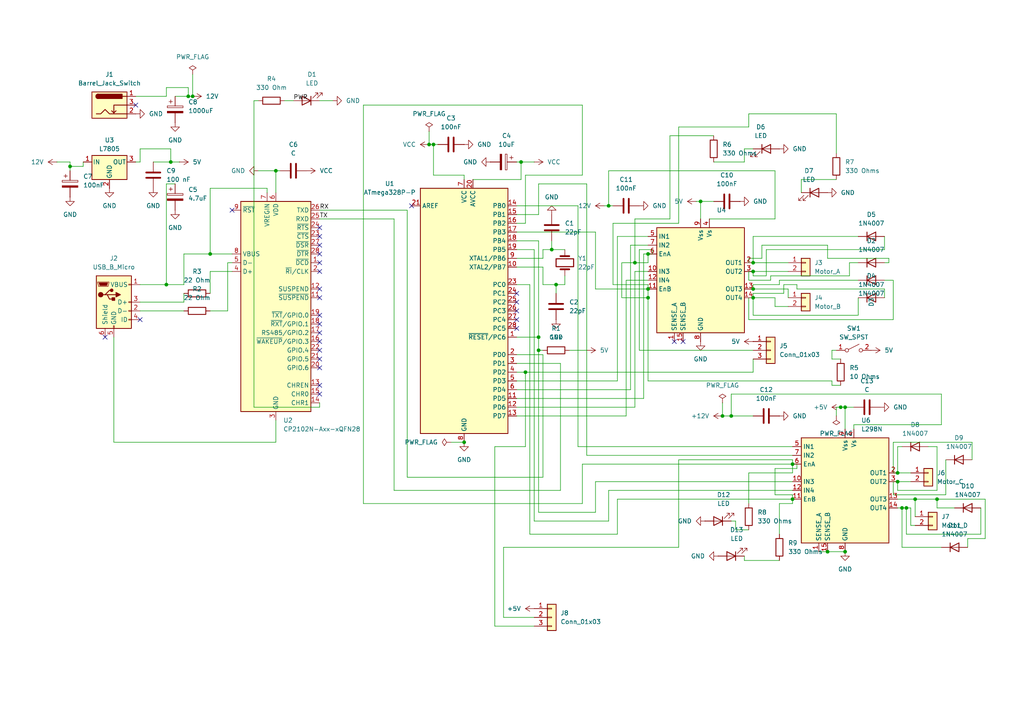
<source format=kicad_sch>
(kicad_sch (version 20250114) (generator "eeschema") (generator_version "9.0")
  (paper "A4")
  (lib_symbols
    (symbol "Connector:Barrel_Jack_Switch" (pin_names (hide yes))
      (property "Reference" "J" (at 0 5.334 0))
      (property "Value" "Barrel_Jack_Switch" (at 0 -5.08 0))
      (symbol "Barrel_Jack_Switch_1_1"
        (pin passive line (at 7.62 2.54 180) (length 2.54) (name "~") (number "1"))
        (pin passive line (at 7.62 0 180) (length 2.54) (name "~") (number "3"))
        (pin passive line (at 7.62 -2.54 180) (length 2.54) (name "~") (number "2"))
      )
    )
    (symbol "Connector:USB_B_Micro" (pin_names (offset 1.016))
      (property "Reference" "J" (at -5.08 11.43 0))
      (property "Value" "USB_B_Micro" (at -5.08 8.89 0))
      (symbol "USB_B_Micro_1_1"
        (pin passive line (at -2.54 -10.16 90) (length 2.54) (name "Shield") (number "6"))
        (pin power_out line (at 0 -10.16 90) (length 2.54) (name "GND") (number "5"))
        (pin power_out line (at 7.62 5.08 180) (length 2.54) (name "VBUS") (number "1"))
        (pin bidirectional line (at 7.62 0 180) (length 2.54) (name "D+") (number "3"))
        (pin bidirectional line (at 7.62 -2.54 180) (length 2.54) (name "D-") (number "2"))
        (pin passive line (at 7.62 -5.08 180) (length 2.54) (name "ID") (number "4"))
      )
    )
    (symbol "Connector_Generic:Conn_01x02" (pin_names (offset 1.016) (hide yes))
      (property "Reference" "J" (at 0 2.54 0))
      (property "Value" "Conn_01x02" (at 0 -5.08 0))
      (symbol "Conn_01x02_1_1"
        (pin passive line (at -5.08 0 0) (length 3.81) (name "Pin_1") (number "1"))
        (pin passive line (at -5.08 -2.54 0) (length 3.81) (name "Pin_2") (number "2"))
      )
    )
    (symbol "Connector_Generic:Conn_01x03" (pin_names (offset 1.016) (hide yes))
      (property "Reference" "J" (at 0 5.08 0))
      (property "Value" "Conn_01x03" (at 0 -5.08 0))
      (symbol "Conn_01x03_1_1"
        (pin passive line (at -5.08 2.54 0) (length 3.81) (name "Pin_1") (number "1"))
        (pin passive line (at -5.08 0 0) (length 3.81) (name "Pin_2") (number "2"))
        (pin passive line (at -5.08 -2.54 0) (length 3.81) (name "Pin_3") (number "3"))
      )
    )
    (symbol "Device:C" (pin_numbers (hide yes)) (pin_names (offset 0.254))
      (property "Reference" "C" (at 0.635 2.54 0))
      (property "Value" "C" (at 0.635 -2.54 0))
      (symbol "C_1_1"
        (pin passive line (at 0 3.81 270) (length 2.794) (name "~") (number "1"))
        (pin passive line (at 0 -3.81 90) (length 2.794) (name "~") (number "2"))
      )
    )
    (symbol "Device:C_Polarized" (pin_numbers (hide yes)) (pin_names (offset 0.254))
      (property "Reference" "C" (at 0.635 2.54 0))
      (property "Value" "C_Polarized" (at 0.635 -2.54 0))
      (symbol "C_Polarized_1_1"
        (pin passive line (at 0 3.81 270) (length 2.794) (name "~") (number "1"))
        (pin passive line (at 0 -3.81 90) (length 2.794) (name "~") (number "2"))
      )
    )
    (symbol "Device:Crystal" (pin_numbers (hide yes)) (pin_names (offset 1.016) (hide yes))
      (property "Reference" "Y" (at 0 3.81 0))
      (property "Value" "Crystal" (at 0 -3.81 0))
      (symbol "Crystal_1_1"
        (pin passive line (at -3.81 0 0) (length 1.27) (name "1") (number "1"))
        (pin passive line (at 3.81 0 180) (length 1.27) (name "2") (number "2"))
      )
    )
    (symbol "Device:LED" (pin_numbers (hide yes)) (pin_names (offset 1.016) (hide yes))
      (property "Reference" "D" (at 0 2.54 0))
      (property "Value" "LED" (at 0 -2.54 0))
      (symbol "LED_1_1"
        (pin passive line (at -3.81 0 0) (length 2.54) (name "K") (number "1"))
        (pin passive line (at 3.81 0 180) (length 2.54) (name "A") (number "2"))
      )
    )
    (symbol "Device:R" (pin_numbers (hide yes)) (pin_names (offset 0))
      (property "Reference" "R" (at 2.032 0 90))
      (property "Value" "R" (at 0 0 90))
      (symbol "R_1_1"
        (pin passive line (at 0 3.81 270) (length 1.27) (name "~") (number "1"))
        (pin passive line (at 0 -3.81 90) (length 1.27) (name "~") (number "2"))
      )
    )
    (symbol "Diode:1N4007" (pin_numbers (hide yes)) (pin_names (hide yes))
      (property "Reference" "D" (at 0 2.54 0))
      (property "Value" "1N4007" (at 0 -2.54 0))
      (symbol "1N4007_1_1"
        (pin passive line (at -3.81 0 0) (length 2.54) (name "K") (number "1"))
        (pin passive line (at 3.81 0 180) (length 2.54) (name "A") (number "2"))
      )
    )
    (symbol "Driver_Motor:L298N"
      (property "Reference" "U" (at -10.16 16.51 0))
      (property "Value" "L298N" (at 12.7 16.51 0))
      (symbol "L298N_1_1"
        (pin input line (at -15.24 12.7 0) (length 2.54) (name "IN1") (number "5"))
        (pin input line (at -15.24 10.16 0) (length 2.54) (name "IN2") (number "7"))
        (pin input line (at -15.24 7.62 0) (length 2.54) (name "EnA") (number "6"))
        (pin input line (at -15.24 2.54 0) (length 2.54) (name "IN3") (number "10"))
        (pin input line (at -15.24 0 0) (length 2.54) (name "IN4") (number "12"))
        (pin input line (at -15.24 -2.54 0) (length 2.54) (name "EnB") (number "11"))
        (pin input line (at -7.62 -17.78 90) (length 2.54) (name "SENSE_A") (number "1"))
        (pin input line (at -5.08 -17.78 90) (length 2.54) (name "SENSE_B") (number "15"))
        (pin power_in line (at 0 17.78 270) (length 2.54) (name "Vss") (number "9"))
        (pin power_in line (at 0 -17.78 90) (length 2.54) (name "GND") (number "8"))
        (pin power_in line (at 2.54 17.78 270) (length 2.54) (name "Vs") (number "4"))
        (pin output line (at 15.24 5.08 180) (length 2.54) (name "OUT1") (number "2"))
        (pin output line (at 15.24 2.54 180) (length 2.54) (name "OUT2") (number "3"))
        (pin output line (at 15.24 -2.54 180) (length 2.54) (name "OUT3") (number "13"))
        (pin output line (at 15.24 -5.08 180) (length 2.54) (name "OUT4") (number "14"))
      )
    )
    (symbol "Interface_USB:CP2102N-Axx-xQFN28"
      (property "Reference" "U" (at -8.89 31.75 0))
      (property "Value" "CP2102N-Axx-xQFN28" (at 12.7 31.75 0))
      (symbol "CP2102N-Axx-xQFN28_1_1"
        (pin input line (at -12.7 27.94 0) (length 2.54) (name "~{RST}") (number "9"))
        (pin input line (at -12.7 15.24 0) (length 2.54) (name "VBUS") (number "8"))
        (pin bidirectional line (at -12.7 12.7 0) (length 2.54) (name "D-") (number "5"))
        (pin bidirectional line (at -12.7 10.16 0) (length 2.54) (name "D+") (number "4"))
        (pin no_connect line (at -10.16 -27.94 0) (length 2.54) (hide yes) (name "NC") (number "10"))
        (pin power_in line (at -2.54 33.02 270) (length 2.54) (name "VREGIN") (number "7"))
        (pin power_in line (at 0 33.02 270) (length 2.54) (name "VDD") (number "6"))
        (pin passive line (at 0 -33.02 90) (length 2.54) (hide yes) (name "GND") (number "29"))
        (pin power_in line (at 0 -33.02 90) (length 2.54) (name "GND") (number "3"))
        (pin output line (at 12.7 27.94 180) (length 2.54) (name "TXD") (number "26"))
        (pin input line (at 12.7 25.4 180) (length 2.54) (name "RXD") (number "25"))
        (pin output line (at 12.7 22.86 180) (length 2.54) (name "~{RTS}") (number "24"))
        (pin input line (at 12.7 20.32 180) (length 2.54) (name "~{CTS}") (number "23"))
        (pin input line (at 12.7 17.78 180) (length 2.54) (name "~{DSR}") (number "27"))
        (pin output line (at 12.7 15.24 180) (length 2.54) (name "~{DTR}") (number "28"))
        (pin input line (at 12.7 12.7 180) (length 2.54) (name "~{DCD}") (number "1"))
        (pin bidirectional line (at 12.7 10.16 180) (length 2.54) (name "~{RI}/CLK") (number "2"))
        (pin output line (at 12.7 5.08 180) (length 2.54) (name "SUSPEND") (number "12"))
        (pin output line (at 12.7 2.54 180) (length 2.54) (name "~{SUSPEND}") (number "11"))
        (pin bidirectional line (at 12.7 -2.54 180) (length 2.54) (name "~{TXT}/GPIO.0") (number "19"))
        (pin bidirectional line (at 12.7 -5.08 180) (length 2.54) (name "~{RXT}/GPIO.1") (number "18"))
        (pin bidirectional line (at 12.7 -7.62 180) (length 2.54) (name "RS485/GPIO.2") (number "17"))
        (pin bidirectional line (at 12.7 -10.16 180) (length 2.54) (name "~{WAKEUP}/GPIO.3") (number "16"))
        (pin bidirectional line (at 12.7 -12.7 180) (length 2.54) (name "GPIO.4") (number "22"))
        (pin bidirectional line (at 12.7 -15.24 180) (length 2.54) (name "GPIO.5") (number "21"))
        (pin bidirectional line (at 12.7 -17.78 180) (length 2.54) (name "GPIO.6") (number "20"))
        (pin output line (at 12.7 -22.86 180) (length 2.54) (name "CHREN") (number "13"))
        (pin output line (at 12.7 -25.4 180) (length 2.54) (name "CHR0") (number "15"))
        (pin output line (at 12.7 -27.94 180) (length 2.54) (name "CHR1") (number "14"))
      )
    )
    (symbol "MCU_Microchip_ATmega:ATmega328P-P"
      (property "Reference" "U" (at -12.7 36.83 0))
      (property "Value" "ATmega328P-P" (at 2.54 -36.83 0))
      (symbol "ATmega328P-P_1_1"
        (pin passive line (at -15.24 30.48 0) (length 2.54) (name "AREF") (number "21"))
        (pin power_in line (at 0 38.1 270) (length 2.54) (name "VCC") (number "7"))
        (pin passive line (at 0 -38.1 90) (length 2.54) (hide yes) (name "GND") (number "22"))
        (pin power_in line (at 0 -38.1 90) (length 2.54) (name "GND") (number "8"))
        (pin power_in line (at 2.54 38.1 270) (length 2.54) (name "AVCC") (number "20"))
        (pin bidirectional line (at 15.24 30.48 180) (length 2.54) (name "PB0") (number "14"))
        (pin bidirectional line (at 15.24 27.94 180) (length 2.54) (name "PB1") (number "15"))
        (pin bidirectional line (at 15.24 25.4 180) (length 2.54) (name "PB2") (number "16"))
        (pin bidirectional line (at 15.24 22.86 180) (length 2.54) (name "PB3") (number "17"))
        (pin bidirectional line (at 15.24 20.32 180) (length 2.54) (name "PB4") (number "18"))
        (pin bidirectional line (at 15.24 17.78 180) (length 2.54) (name "PB5") (number "19"))
        (pin bidirectional line (at 15.24 15.24 180) (length 2.54) (name "XTAL1/PB6") (number "9"))
        (pin bidirectional line (at 15.24 12.7 180) (length 2.54) (name "XTAL2/PB7") (number "10"))
        (pin bidirectional line (at 15.24 7.62 180) (length 2.54) (name "PC0") (number "23"))
        (pin bidirectional line (at 15.24 5.08 180) (length 2.54) (name "PC1") (number "24"))
        (pin bidirectional line (at 15.24 2.54 180) (length 2.54) (name "PC2") (number "25"))
        (pin bidirectional line (at 15.24 0 180) (length 2.54) (name "PC3") (number "26"))
        (pin bidirectional line (at 15.24 -2.54 180) (length 2.54) (name "PC4") (number "27"))
        (pin bidirectional line (at 15.24 -5.08 180) (length 2.54) (name "PC5") (number "28"))
        (pin bidirectional line (at 15.24 -7.62 180) (length 2.54) (name "~{RESET}/PC6") (number "1"))
        (pin bidirectional line (at 15.24 -12.7 180) (length 2.54) (name "PD0") (number "2"))
        (pin bidirectional line (at 15.24 -15.24 180) (length 2.54) (name "PD1") (number "3"))
        (pin bidirectional line (at 15.24 -17.78 180) (length 2.54) (name "PD2") (number "4"))
        (pin bidirectional line (at 15.24 -20.32 180) (length 2.54) (name "PD3") (number "5"))
        (pin bidirectional line (at 15.24 -22.86 180) (length 2.54) (name "PD4") (number "6"))
        (pin bidirectional line (at 15.24 -25.4 180) (length 2.54) (name "PD5") (number "11"))
        (pin bidirectional line (at 15.24 -27.94 180) (length 2.54) (name "PD6") (number "12"))
        (pin bidirectional line (at 15.24 -30.48 180) (length 2.54) (name "PD7") (number "13"))
      )
    )
    (symbol "Regulator_Linear:L7805" (pin_names (offset 0.254))
      (property "Reference" "U" (at -3.81 3.175 0))
      (property "Value" "L7805" (at 0 3.175 0))
      (symbol "L7805_1_1"
        (pin power_in line (at -7.62 0 0) (length 2.54) (name "IN") (number "1"))
        (pin power_in line (at 0 -7.62 90) (length 2.54) (name "GND") (number "2"))
        (pin power_out line (at 7.62 0 180) (length 2.54) (name "OUT") (number "3"))
      )
    )
    (symbol "Switch:SW_SPST" (pin_names (offset 0) (hide yes))
      (property "Reference" "SW" (at 0 3.175 0))
      (property "Value" "SW_SPST" (at 0 -2.54 0))
      (symbol "SW_SPST_1_1"
        (pin passive line (at -5.08 0 0) (length 2.54) (name "A") (number "1"))
        (pin passive line (at 5.08 0 180) (length 2.54) (name "B") (number "2"))
      )
    )
    (symbol "power:+12V" (power) (pin_numbers (hide yes)) (pin_names (offset 0) (hide yes))
      (property "Value" "+12V" (at 0 3.556 0))
      (symbol "+12V_1_1"
        (pin power_in line (at 0 0 90) (length 0) (name "~") (number "1"))
      )
    )
    (symbol "power:+5V" (power) (pin_numbers (hide yes)) (pin_names (offset 0) (hide yes))
      (property "Value" "+5V" (at 0 3.556 0))
      (symbol "+5V_1_1"
        (pin power_in line (at 0 0 90) (length 0) (name "~") (number "1"))
      )
    )
    (symbol "power:GND" (power) (pin_numbers (hide yes)) (pin_names (offset 0) (hide yes))
      (property "Value" "GND" (at 0 -3.81 0))
      (symbol "GND_1_1"
        (pin power_in line (at 0 0 270) (length 0) (name "~") (number "1"))
      )
    )
    (symbol "power:PWR_FLAG" (power) (pin_numbers (hide yes)) (pin_names (offset 0) (hide yes))
      (property "Value" "PWR_FLAG" (at 0 3.81 0))
      (symbol "PWR_FLAG_0_0"
        (pin power_out line (at 0 0 90) (length 0) (name "~") (number "1"))
      )
    )
    (symbol "power:VCC" (power) (pin_numbers (hide yes)) (pin_names (offset 0) (hide yes))
      (property "Value" "VCC" (at 0 3.556 0))
      (symbol "VCC_1_1"
        (pin power_in line (at 0 0 90) (length 0) (name "~") (number "1"))
      )
    )
  )
  (junction (at 203.2 58.42))
  (junction (at 245.11 118.11))
  (junction (at 243.84 118.11))
  (junction (at 184.15 76.2))
  (junction (at 265.43 144.78))
  (junction (at 161.29 82.55))
  (junction (at 209.55 120.65))
  (junction (at 151.13 46.99))
  (junction (at 176.53 59.69))
  (junction (at 49.53 46.99))
  (junction (at 218.44 78.74))
  (junction (at 48.26 82.55))
  (junction (at 212.09 120.65))
  (junction (at 20.32 48.26))
  (junction (at 187.96 73.66))
  (junction (at 218.44 76.2))
  (junction (at 156.21 97.79))
  (junction (at 218.44 86.36))
  (junction (at 152.4 107.95))
  (junction (at 134.62 128.27))
  (junction (at 55.88 27.94))
  (junction (at 271.78 144.78))
  (junction (at 124.46 41.91))
  (junction (at 54.61 27.94))
  (junction (at 260.35 137.16))
  (junction (at 156.21 101.6))
  (junction (at 160.02 72.39))
  (junction (at 187.96 83.82))
  (junction (at 262.89 147.32))
  (junction (at 187.96 86.36))
  (junction (at 261.62 147.32))
  (junction (at 229.87 144.78))
  (junction (at 229.87 134.62))
  (junction (at 80.01 49.53))
  (junction (at 260.35 139.7))
  (junction (at 245.11 160.02))
  (junction (at 240.03 160.02))
  (junction (at 218.44 83.82))
  (junction (at 125.73 41.91))
  (junction (at 60.96 73.66))
  (no_connect (at 39.37 30.48))
  (no_connect (at 92.71 78.74))
  (no_connect (at 40.64 92.71))
  (no_connect (at 149.86 85.09))
  (no_connect (at 92.71 111.76))
  (no_connect (at 92.71 66.04))
  (no_connect (at 30.48 97.79))
  (no_connect (at 92.71 68.58))
  (no_connect (at 149.86 87.63))
  (no_connect (at 198.12 99.06))
  (no_connect (at 92.71 86.36))
  (no_connect (at 92.71 96.52))
  (no_connect (at 195.58 99.06))
  (no_connect (at 92.71 104.14))
  (no_connect (at 149.86 90.17))
  (no_connect (at 92.71 101.6))
  (no_connect (at 92.71 106.68))
  (no_connect (at 92.71 93.98))
  (no_connect (at 149.86 92.71))
  (no_connect (at 92.71 71.12))
  (no_connect (at 92.71 73.66))
  (no_connect (at 92.71 83.82))
  (no_connect (at 92.71 76.2))
  (no_connect (at 119.38 59.69))
  (no_connect (at 67.31 60.96))
  (no_connect (at 149.86 95.25))
  (no_connect (at 92.71 91.44))
  (no_connect (at 92.71 99.06))
  (no_connect (at 92.71 114.3))
  (wire (pts (xy 218.44 76.2) (xy 228.6 76.2)))
  (wire (pts (xy 167.64 129.54) (xy 167.64 59.69)))
  (wire (pts (xy 218.44 82.55) (xy 218.44 83.82)))
  (wire (pts (xy 226.06 154.94) (xy 226.06 146.05)))
  (wire (pts (xy 257.81 74.93) (xy 240.03 74.93)))
  (wire (pts (xy 33.02 97.79) (xy 33.02 128.27)))
  (wire (pts (xy 157.48 102.87) (xy 149.86 102.87)))
  (wire (pts (xy 156.21 69.85) (xy 156.21 97.79)))
  (wire (pts (xy 161.29 82.55) (xy 163.83 82.55)))
  (wire (pts (xy 125.73 50.8) (xy 134.62 50.8)))
  (wire (pts (xy 229.87 143.51) (xy 224.79 143.51)))
  (wire (pts (xy 256.54 68.58) (xy 256.54 72.39)))
  (wire (pts (xy 151.13 46.99) (xy 154.94 46.99)))
  (wire (pts (xy 187.96 83.82) (xy 187.96 82.55)))
  (wire (pts (xy 168.91 30.48) (xy 105.41 30.48)))
  (wire (pts (xy 146.05 158.75) (xy 196.85 158.75)))
  (wire (pts (xy 269.24 129.54) (xy 271.78 129.54)))
  (wire (pts (xy 222.25 80.01) (xy 218.44 80.01)))
  (wire (pts (xy 274.32 133.35) (xy 274.32 143.51)))
  (wire (pts (xy 125.73 41.91) (xy 125.73 50.8)))
  (wire (pts (xy 152.4 50.8) (xy 168.91 50.8)))
  (wire (pts (xy 271.78 147.32) (xy 271.78 144.78)))
  (wire (pts (xy 218.44 80.01) (xy 218.44 78.74)))
  (wire (pts (xy 60.96 54.61) (xy 60.96 73.66)))
  (wire (pts (xy 229.87 129.54) (xy 167.64 129.54)))
  (wire (pts (xy 256.54 81.28) (xy 259.08 81.28)))
  (wire (pts (xy 205.74 63.5) (xy 224.79 63.5)))
  (wire (pts (xy 149.86 107.95) (xy 152.4 107.95)))
  (wire (pts (xy 156.21 101.6) (xy 156.21 148.59)))
  (wire (pts (xy 114.3 142.24) (xy 162.56 142.24)))
  (wire (pts (xy 224.79 88.9) (xy 228.6 88.9)))
  (wire (pts (xy 187.96 71.12) (xy 182.88 71.12)))
  (wire (pts (xy 229.87 133.35) (xy 229.87 134.62)))
  (wire (pts (xy 212.09 114.3) (xy 212.09 120.65)))
  (wire (pts (xy 229.87 144.78) (xy 229.87 143.51)))
  (wire (pts (xy 82.55 29.21) (xy 85.09 29.21)))
  (wire (pts (xy 256.54 72.39) (xy 222.25 72.39)))
  (wire (pts (xy 60.96 90.17) (xy 66.04 90.17)))
  (wire (pts (xy 176.53 49.53) (xy 224.79 49.53)))
  (wire (pts (xy 281.94 128.27) (xy 259.08 128.27)))
  (wire (pts (xy 259.08 128.27) (xy 259.08 137.16)))
  (wire (pts (xy 187.96 76.2) (xy 187.96 73.66)))
  (wire (pts (xy 220.98 74.93) (xy 217.17 74.93)))
  (wire (pts (xy 149.86 97.79) (xy 156.21 97.79)))
  (wire (pts (xy 170.18 53.34) (xy 170.18 132.08)))
  (wire (pts (xy 260.35 139.7) (xy 264.16 139.7)))
  (wire (pts (xy 248.92 81.28) (xy 226.06 81.28)))
  (wire (pts (xy 24.13 48.26) (xy 24.13 46.99)))
  (wire (pts (xy 243.84 104.14) (xy 241.3 104.14)))
  (wire (pts (xy 162.56 142.24) (xy 162.56 105.41)))
  (wire (pts (xy 187.96 83.82) (xy 172.72 83.82)))
  (wire (pts (xy 53.34 82.55) (xy 53.34 73.66)))
  (wire (pts (xy 240.03 160.02) (xy 245.11 160.02)))
  (wire (pts (xy 186.69 115.57) (xy 149.86 115.57)))
  (wire (pts (xy 217.17 74.93) (xy 217.17 76.2)))
  (wire (pts (xy 196.85 133.35) (xy 229.87 133.35)))
  (wire (pts (xy 156.21 97.79) (xy 156.21 101.6)))
  (wire (pts (xy 149.86 82.55) (xy 153.67 82.55)))
  (wire (pts (xy 217.17 33.02) (xy 242.57 33.02)))
  (wire (pts (xy 92.71 29.21) (xy 96.52 29.21)))
  (wire (pts (xy 247.65 124.46) (xy 247.65 123.19)))
  (wire (pts (xy 232.41 52.07) (xy 242.57 52.07)))
  (wire (pts (xy 185.42 101.6) (xy 218.44 101.6)))
  (wire (pts (xy 273.05 158.75) (xy 261.62 158.75)))
  (wire (pts (xy 187.96 78.74) (xy 184.15 78.74)))
  (wire (pts (xy 265.43 144.78) (xy 265.43 149.86)))
  (wire (pts (xy 257.81 76.2) (xy 257.81 74.93)))
  (wire (pts (xy 218.44 83.82) (xy 228.6 83.82)))
  (wire (pts (xy 176.53 59.69) (xy 177.8 59.69)))
  (wire (pts (xy 152.4 129.54) (xy 152.4 107.95)))
  (wire (pts (xy 262.89 154.94) (xy 262.89 147.32)))
  (wire (pts (xy 281.94 133.35) (xy 281.94 128.27)))
  (wire (pts (xy 149.86 74.93) (xy 157.48 74.93)))
  (wire (pts (xy 217.17 92.71) (xy 217.17 86.36)))
  (wire (pts (xy 260.35 137.16) (xy 264.16 137.16)))
  (wire (pts (xy 259.08 81.28) (xy 259.08 92.71)))
  (wire (pts (xy 157.48 74.93) (xy 157.48 72.39)))
  (wire (pts (xy 229.87 139.7) (xy 172.72 139.7)))
  (wire (pts (xy 229.87 144.78) (xy 179.07 144.78)))
  (wire (pts (xy 40.64 90.17) (xy 53.34 90.17)))
  (wire (pts (xy 54.61 25.4) (xy 54.61 27.94)))
  (wire (pts (xy 184.15 76.2) (xy 187.96 76.2)))
  (wire (pts (xy 189.23 72.39) (xy 189.23 73.66)))
  (wire (pts (xy 49.53 46.99) (xy 52.07 46.99)))
  (wire (pts (xy 218.44 68.58) (xy 218.44 76.2)))
  (wire (pts (xy 153.67 154.94) (xy 179.07 154.94)))
  (wire (pts (xy 196.85 64.77) (xy 196.85 36.83)))
  (wire (pts (xy 218.44 107.95) (xy 218.44 104.14)))
  (wire (pts (xy 149.86 64.77) (xy 152.4 64.77)))
  (wire (pts (xy 49.53 43.18) (xy 49.53 46.99)))
  (wire (pts (xy 157.48 82.55) (xy 161.29 82.55)))
  (wire (pts (xy 80.01 49.53) (xy 80.01 55.88)))
  (wire (pts (xy 125.73 41.91) (xy 127 41.91)))
  (wire (pts (xy 149.86 69.85) (xy 156.21 69.85)))
  (wire (pts (xy 176.53 151.13) (xy 176.53 142.24)))
  (wire (pts (xy 212.09 151.13) (xy 213.36 151.13)))
  (wire (pts (xy 181.61 120.65) (xy 149.86 120.65)))
  (wire (pts (xy 151.13 52.07) (xy 151.13 46.99)))
  (wire (pts (xy 274.32 143.51) (xy 259.08 143.51)))
  (wire (pts (xy 77.47 55.88) (xy 77.47 54.61)))
  (wire (pts (xy 241.3 111.76) (xy 243.84 111.76)))
  (wire (pts (xy 105.41 30.48) (xy 105.41 146.05)))
  (wire (pts (xy 213.36 151.13) (xy 213.36 153.67)))
  (wire (pts (xy 149.86 77.47) (xy 157.48 77.47)))
  (wire (pts (xy 143.51 181.61) (xy 143.51 129.54)))
  (wire (pts (xy 231.14 82.55) (xy 227.33 82.55)))
  (wire (pts (xy 217.17 36.83) (xy 217.17 33.02)))
  (wire (pts (xy 20.32 48.26) (xy 20.32 49.53)))
  (wire (pts (xy 40.64 87.63) (xy 53.34 87.63)))
  (wire (pts (xy 218.44 86.36) (xy 224.79 86.36)))
  (wire (pts (xy 229.87 137.16) (xy 229.87 134.62)))
  (wire (pts (xy 149.86 110.49) (xy 179.07 110.49)))
  (wire (pts (xy 248.92 86.36) (xy 248.92 91.44)))
  (wire (pts (xy 163.83 82.55) (xy 163.83 80.01)))
  (wire (pts (xy 256.54 83.82) (xy 231.14 83.82)))
  (wire (pts (xy 217.17 81.28) (xy 217.17 78.74)))
  (wire (pts (xy 248.92 68.58) (xy 218.44 68.58)))
  (wire (pts (xy 246.38 76.2) (xy 246.38 80.01)))
  (wire (pts (xy 273.05 123.19) (xy 273.05 114.3)))
  (wire (pts (xy 118.11 138.43) (xy 157.48 138.43)))
  (wire (pts (xy 196.85 36.83) (xy 217.17 36.83)))
  (wire (pts (xy 264.16 152.4) (xy 265.43 152.4)))
  (wire (pts (xy 156.21 53.34) (xy 170.18 53.34)))
  (wire (pts (xy 231.14 135.89) (xy 231.14 134.62)))
  (wire (pts (xy 156.21 62.23) (xy 156.21 53.34)))
  (wire (pts (xy 231.14 134.62) (xy 229.87 134.62)))
  (wire (pts (xy 172.72 148.59) (xy 156.21 148.59)))
  (wire (pts (xy 20.32 48.26) (xy 24.13 48.26)))
  (wire (pts (xy 176.53 49.53) (xy 176.53 59.69)))
  (wire (pts (xy 273.05 114.3) (xy 212.09 114.3)))
  (wire (pts (xy 226.06 146.05) (xy 229.87 146.05)))
  (wire (pts (xy 194.31 63.5) (xy 194.31 39.37)))
  (wire (pts (xy 237.49 160.02) (xy 240.03 160.02)))
  (wire (pts (xy 172.72 83.82) (xy 172.72 67.31)))
  (wire (pts (xy 264.16 147.32) (xy 264.16 152.4)))
  (wire (pts (xy 55.88 21.59) (xy 55.88 27.94)))
  (wire (pts (xy 33.02 128.27) (xy 80.01 128.27)))
  (wire (pts (xy 80.01 128.27) (xy 80.01 121.92)))
  (wire (pts (xy 50.8 53.34) (xy 48.26 53.34)))
  (wire (pts (xy 154.94 72.39) (xy 154.94 151.13)))
  (wire (pts (xy 172.72 67.31) (xy 149.86 67.31)))
  (wire (pts (xy 184.15 63.5) (xy 194.31 63.5)))
  (wire (pts (xy 153.67 82.55) (xy 153.67 154.94)))
  (wire (pts (xy 154.94 181.61) (xy 143.51 181.61)))
  (wire (pts (xy 182.88 113.03) (xy 149.86 113.03)))
  (wire (pts (xy 168.91 146.05) (xy 168.91 134.62)))
  (wire (pts (xy 80.01 49.53) (xy 81.28 49.53)))
  (wire (pts (xy 160.02 72.39) (xy 163.83 72.39)))
  (wire (pts (xy 247.65 123.19) (xy 273.05 123.19)))
  (wire (pts (xy 240.03 74.93) (xy 240.03 71.12)))
  (wire (pts (xy 261.62 129.54) (xy 260.35 129.54)))
  (wire (pts (xy 187.96 81.28) (xy 181.61 81.28)))
  (wire (pts (xy 152.4 64.77) (xy 152.4 50.8)))
  (wire (pts (xy 40.64 82.55) (xy 48.26 82.55)))
  (wire (pts (xy 152.4 107.95) (xy 218.44 107.95)))
  (wire (pts (xy 215.9 161.29) (xy 215.9 162.56)))
  (wire (pts (xy 146.05 179.07) (xy 154.94 179.07)))
  (wire (pts (xy 73.66 29.21) (xy 74.93 29.21)))
  (wire (pts (xy 217.17 146.05) (xy 217.17 137.16)))
  (wire (pts (xy 20.32 46.99) (xy 20.32 48.26)))
  (wire (pts (xy 271.78 142.24) (xy 260.35 142.24)))
  (wire (pts (xy 167.64 59.69) (xy 149.86 59.69)))
  (wire (pts (xy 218.44 85.09) (xy 218.44 86.36)))
  (wire (pts (xy 92.71 63.5) (xy 114.3 63.5)))
  (wire (pts (xy 92.71 60.96) (xy 118.11 60.96)))
  (wire (pts (xy 217.17 137.16) (xy 229.87 137.16)))
  (wire (pts (xy 222.25 72.39) (xy 222.25 80.01)))
  (wire (pts (xy 213.36 153.67) (xy 217.17 153.67)))
  (wire (pts (xy 53.34 73.66) (xy 60.96 73.66)))
  (wire (pts (xy 248.92 76.2) (xy 246.38 76.2)))
  (wire (pts (xy 245.11 118.11) (xy 247.65 118.11)))
  (wire (pts (xy 165.1 101.6) (xy 170.18 101.6)))
  (wire (pts (xy 177.8 82.55) (xy 177.8 64.77)))
  (wire (pts (xy 44.45 46.99) (xy 49.53 46.99)))
  (wire (pts (xy 157.48 138.43) (xy 157.48 102.87)))
  (wire (pts (xy 259.08 139.7) (xy 260.35 139.7)))
  (wire (pts (xy 227.33 85.09) (xy 218.44 85.09)))
  (wire (pts (xy 223.52 81.28) (xy 217.17 81.28)))
  (wire (pts (xy 60.96 85.09) (xy 60.96 78.74)))
  (wire (pts (xy 224.79 143.51) (xy 224.79 135.89)))
  (wire (pts (xy 40.64 46.99) (xy 40.64 43.18)))
  (wire (pts (xy 271.78 129.54) (xy 271.78 142.24)))
  (wire (pts (xy 242.57 120.65) (xy 242.57 118.11)))
  (wire (pts (xy 218.44 78.74) (xy 228.6 78.74)))
  (wire (pts (xy 66.04 90.17) (xy 66.04 76.2)))
  (wire (pts (xy 276.86 147.32) (xy 271.78 147.32)))
  (wire (pts (xy 118.11 60.96) (xy 118.11 138.43)))
  (wire (pts (xy 175.26 59.69) (xy 176.53 59.69)))
  (wire (pts (xy 60.96 73.66) (xy 67.31 73.66)))
  (wire (pts (xy 229.87 146.05) (xy 229.87 144.78)))
  (wire (pts (xy 182.88 71.12) (xy 182.88 113.03)))
  (wire (pts (xy 217.17 86.36) (xy 218.44 86.36)))
  (wire (pts (xy 156.21 101.6) (xy 157.48 101.6)))
  (wire (pts (xy 187.96 82.55) (xy 177.8 82.55)))
  (wire (pts (xy 260.35 129.54) (xy 260.35 137.16)))
  (wire (pts (xy 215.9 46.99) (xy 215.9 43.18)))
  (wire (pts (xy 241.3 110.49) (xy 187.96 110.49)))
  (wire (pts (xy 259.08 92.71) (xy 217.17 92.71)))
  (wire (pts (xy 185.42 72.39) (xy 189.23 72.39)))
  (wire (pts (xy 260.35 142.24) (xy 260.35 139.7)))
  (wire (pts (xy 284.48 147.32) (xy 284.48 154.94)))
  (wire (pts (xy 48.26 27.94) (xy 48.26 25.4)))
  (wire (pts (xy 134.62 50.8) (xy 134.62 52.07)))
  (wire (pts (xy 149.86 72.39) (xy 154.94 72.39)))
  (wire (pts (xy 280.67 158.75) (xy 280.67 156.21)))
  (wire (pts (xy 186.69 73.66) (xy 186.69 115.57)))
  (wire (pts (xy 232.41 55.88) (xy 232.41 52.07)))
  (wire (pts (xy 54.61 27.94) (xy 55.88 27.94)))
  (wire (pts (xy 149.86 62.23) (xy 156.21 62.23)))
  (wire (pts (xy 177.8 64.77) (xy 196.85 64.77)))
  (wire (pts (xy 48.26 25.4) (xy 54.61 25.4)))
  (wire (pts (xy 187.96 73.66) (xy 186.69 73.66)))
  (wire (pts (xy 39.37 27.94) (xy 48.26 27.94)))
  (wire (pts (xy 260.35 144.78) (xy 265.43 144.78)))
  (wire (pts (xy 187.96 68.58) (xy 179.07 68.58)))
  (wire (pts (xy 39.37 46.99) (xy 40.64 46.99)))
  (wire (pts (xy 260.35 147.32) (xy 261.62 147.32)))
  (wire (pts (xy 203.2 58.42) (xy 207.01 58.42)))
  (wire (pts (xy 285.75 156.21) (xy 285.75 144.78)))
  (wire (pts (xy 143.51 129.54) (xy 152.4 129.54)))
  (wire (pts (xy 241.3 110.49) (xy 241.3 111.76)))
  (wire (pts (xy 50.8 27.94) (xy 54.61 27.94)))
  (wire (pts (xy 256.54 76.2) (xy 257.81 76.2)))
  (wire (pts (xy 180.34 76.2) (xy 184.15 76.2)))
  (wire (pts (xy 66.04 76.2) (xy 67.31 76.2)))
  (wire (pts (xy 261.62 158.75) (xy 261.62 147.32)))
  (wire (pts (xy 146.05 179.07) (xy 146.05 158.75)))
  (wire (pts (xy 271.78 144.78) (xy 285.75 144.78)))
  (wire (pts (xy 228.6 83.82) (xy 228.6 86.36)))
  (wire (pts (xy 16.51 46.99) (xy 20.32 46.99)))
  (wire (pts (xy 92.71 118.11) (xy 92.71 116.84)))
  (wire (pts (xy 226.06 81.28) (xy 226.06 82.55)))
  (wire (pts (xy 217.17 78.74) (xy 218.44 78.74)))
  (wire (pts (xy 168.91 50.8) (xy 168.91 30.48)))
  (wire (pts (xy 162.56 105.41) (xy 149.86 105.41)))
  (wire (pts (xy 231.14 83.82) (xy 231.14 82.55)))
  (wire (pts (xy 201.93 58.42) (xy 203.2 58.42)))
  (wire (pts (xy 224.79 63.5) (xy 224.79 49.53)))
  (wire (pts (xy 226.06 82.55) (xy 218.44 82.55)))
  (wire (pts (xy 215.9 43.18) (xy 218.44 43.18)))
  (wire (pts (xy 157.48 77.47) (xy 157.48 82.55)))
  (wire (pts (xy 217.17 76.2) (xy 218.44 76.2)))
  (wire (pts (xy 259.08 137.16) (xy 260.35 137.16)))
  (wire (pts (xy 220.98 71.12) (xy 220.98 74.93)))
  (wire (pts (xy 203.2 58.42) (xy 203.2 63.5)))
  (wire (pts (xy 149.86 46.99) (xy 151.13 46.99)))
  (wire (pts (xy 209.55 116.84) (xy 209.55 120.65)))
  (wire (pts (xy 184.15 76.2) (xy 184.15 63.5)))
  (wire (pts (xy 105.41 146.05) (xy 168.91 146.05)))
  (wire (pts (xy 124.46 38.1) (xy 124.46 41.91)))
  (wire (pts (xy 242.57 118.11) (xy 243.84 118.11)))
  (wire (pts (xy 212.09 120.65) (xy 218.44 120.65)))
  (wire (pts (xy 280.67 156.21) (xy 285.75 156.21)))
  (wire (pts (xy 77.47 54.61) (xy 60.96 54.61)))
  (wire (pts (xy 73.66 29.21) (xy 73.66 118.11)))
  (wire (pts (xy 53.34 87.63) (xy 53.34 85.09)))
  (wire (pts (xy 154.94 151.13) (xy 176.53 151.13)))
  (wire (pts (xy 224.79 135.89) (xy 231.14 135.89)))
  (wire (pts (xy 40.64 43.18) (xy 49.53 43.18)))
  (wire (pts (xy 227.33 82.55) (xy 227.33 85.09)))
  (wire (pts (xy 241.3 104.14) (xy 241.3 101.6)))
  (wire (pts (xy 241.3 101.6) (xy 242.57 101.6)))
  (wire (pts (xy 181.61 81.28) (xy 181.61 120.65)))
  (wire (pts (xy 261.62 147.32) (xy 262.89 147.32)))
  (wire (pts (xy 48.26 53.34) (xy 48.26 82.55)))
  (wire (pts (xy 209.55 120.65) (xy 212.09 120.65)))
  (wire (pts (xy 114.3 63.5) (xy 114.3 142.24)))
  (wire (pts (xy 130.81 128.27) (xy 134.62 128.27)))
  (wire (pts (xy 259.08 143.51) (xy 259.08 139.7)))
  (wire (pts (xy 184.15 118.11) (xy 149.86 118.11)))
  (wire (pts (xy 243.84 118.11) (xy 245.11 118.11)))
  (wire (pts (xy 245.11 124.46) (xy 245.11 118.11)))
  (wire (pts (xy 73.66 118.11) (xy 92.71 118.11)))
  (wire (pts (xy 189.23 73.66) (xy 187.96 73.66)))
  (wire (pts (xy 248.92 91.44) (xy 218.44 91.44)))
  (wire (pts (xy 187.96 83.82) (xy 187.96 86.36)))
  (wire (pts (xy 207.01 46.99) (xy 215.9 46.99)))
  (wire (pts (xy 60.96 78.74) (xy 67.31 78.74)))
  (wire (pts (xy 262.89 147.32) (xy 264.16 147.32)))
  (wire (pts (xy 240.03 71.12) (xy 220.98 71.12)))
  (wire (pts (xy 168.91 134.62) (xy 229.87 134.62)))
  (wire (pts (xy 180.34 86.36) (xy 180.34 76.2)))
  (wire (pts (xy 184.15 78.74) (xy 184.15 118.11)))
  (wire (pts (xy 215.9 162.56) (xy 226.06 162.56)))
  (wire (pts (xy 137.16 52.07) (xy 151.13 52.07)))
  (wire (pts (xy 194.31 39.37) (xy 207.01 39.37)))
  (wire (pts (xy 160.02 69.85) (xy 160.02 72.39)))
  (wire (pts (xy 218.44 91.44) (xy 218.44 86.36)))
  (wire (pts (xy 246.38 80.01) (xy 223.52 80.01)))
  (wire (pts (xy 224.79 86.36) (xy 224.79 88.9)))
  (wire (pts (xy 185.42 101.6) (xy 185.42 72.39)))
  (wire (pts (xy 223.52 80.01) (xy 223.52 81.28)))
  (wire (pts (xy 242.57 33.02) (xy 242.57 44.45)))
  (wire (pts (xy 187.96 86.36) (xy 187.96 110.49)))
  (wire (pts (xy 170.18 132.08) (xy 229.87 132.08)))
  (wire (pts (xy 256.54 86.36) (xy 256.54 83.82)))
  (wire (pts (xy 124.46 41.91) (xy 125.73 41.91)))
  (wire (pts (xy 74.93 49.53) (xy 80.01 49.53)))
  (wire (pts (xy 179.07 144.78) (xy 179.07 154.94)))
  (wire (pts (xy 187.96 86.36) (xy 180.34 86.36)))
  (wire (pts (xy 196.85 158.75) (xy 196.85 133.35)))
  (wire (pts (xy 172.72 139.7) (xy 172.72 148.59)))
  (wire (pts (xy 284.48 154.94) (xy 262.89 154.94)))
  (wire (pts (xy 265.43 144.78) (xy 271.78 144.78)))
  (wire (pts (xy 161.29 82.55) (xy 161.29 85.09)))
  (wire (pts (xy 176.53 142.24) (xy 229.87 142.24)))
  (wire (pts (xy 179.07 68.58) (xy 179.07 110.49)))
  (wire (pts (xy 48.26 82.55) (xy 53.34 82.55)))
  (wire (pts (xy 157.48 72.39) (xy 160.02 72.39)))
  (label "TX" (at 92.71 63.5 0))
  (label "RX" (at 92.71 60.96 0))
  (label "PWR" (at 85.09 29.21 0))
  (symbol (lib_id "Connector:USB_B_Micro") (at 33.02 87.63 0) (unit 1)
    (property "Reference" "J2" (at 33.02 74.93 0))
    (property "Value" "USB_B_Micro" (at 33.02 77.47 0))
    (property "Footprint" "Connector_USB:USB_B_OST_USB-B1HSxx_Horizontal" (effects (hide yes)))
    (property "Description" "USB Micro Type B connector" (effects (hide yes)))
  )
  (symbol (lib_id "Device:R") (at 57.15 85.09 90) (unit 1)
    (property "Reference" "R3" (at 57.15 78.74 90))
    (property "Value" "22 Ohm" (at 57.15 81.28 90))
    (property "Footprint" "Resistor_SMD:R_0805_2012Metric" (effects (hide yes)))
    (property "Description" "Resistor" (effects (hide yes)))
  )
  (symbol (lib_id "power:VCC") (at 16.51 46.99 90) (unit 1)
    (property "Reference" "#PWR016" (effects (hide yes)))
    (property "Value" "12V" (at 12.7 46.9899 90) (effects (justify left)))
    (property "Description" "Power symbol creates a global label with name \"VCC\"" (effects (hide yes)))
  )
  (symbol (lib_id "Device:R") (at 226.06 158.75 0) (unit 1)
    (property "Reference" "R9" (at 228.6 157.4799 0) (effects (justify left)))
    (property "Value" "330 Ohms" (at 228.6 160.0199 0) (effects (justify left)))
    (property "Footprint" "Resistor_SMD:R_0805_2012Metric" (effects (hide yes)))
    (property "Description" "Resistor" (effects (hide yes)))
  )
  (symbol (lib_id "power:PWR_FLAG") (at 242.57 120.65 180) (unit 1)
    (property "Reference" "#FLG05" (effects (hide yes)))
    (property "Value" "PWR_FLAG" (at 242.57 125.73 0))
    (property "Description" "Special symbol for telling ERC where power comes from" (effects (hide yes)))
  )
  (symbol (lib_id "Device:C") (at 130.81 41.91 90) (unit 1)
    (property "Reference" "C3" (at 130.81 34.29 90))
    (property "Value" "100nF" (at 130.81 36.83 90))
    (property "Footprint" "Capacitor_SMD:C_0805_2012Metric" (effects (hide yes)))
    (property "Description" "Unpolarized capacitor" (effects (hide yes)))
  )
  (symbol (lib_id "Device:LED") (at 236.22 55.88 0) (unit 1)
    (property "Reference" "D7" (at 234.6325 49.53 0))
    (property "Value" "LED" (at 234.6325 52.07 0))
    (property "Footprint" "LED_THT:LED_BL-FL7680RGB" (effects (hide yes)))
    (property "Description" "Light emitting diode" (effects (hide yes)))
    (property "Sim.Pins" "1=K 2=A" (effects (hide yes)))
  )
  (symbol (lib_id "Device:LED") (at 222.25 43.18 0) (unit 1)
    (property "Reference" "D6" (at 220.6625 36.83 0))
    (property "Value" "LED" (at 220.6625 39.37 0))
    (property "Footprint" "LED_THT:LED_BL-FL7680RGB" (effects (hide yes)))
    (property "Description" "Light emitting diode" (effects (hide yes)))
    (property "Sim.Pins" "1=K 2=A" (effects (hide yes)))
  )
  (symbol (lib_id "power:GND") (at 185.42 59.69 90) (unit 1)
    (property "Reference" "#PWR027" (effects (hide yes)))
    (property "Value" "GND" (at 189.23 59.6899 90) (effects (justify right)))
    (property "Description" "Power symbol creates a global label with name \"GND\" , ground" (effects (hide yes)))
  )
  (symbol (lib_id "power:GND") (at 96.52 29.21 90) (unit 1)
    (property "Reference" "#PWR020" (effects (hide yes)))
    (property "Value" "GND" (at 100.33 29.2099 90) (effects (justify right)))
    (property "Description" "Power symbol creates a global label with name \"GND\" , ground" (effects (hide yes)))
  )
  (symbol (lib_id "Connector_Generic:Conn_01x02") (at 233.68 76.2 0) (unit 1)
    (property "Reference" "J3" (at 236.22 76.1999 0) (effects (justify left)))
    (property "Value" "Motor_A" (at 236.22 78.7399 0) (effects (justify left)))
    (property "Footprint" "TerminalBlock:TerminalBlock_Xinya_XY308-2.54-2P_1x02_P2.54mm_Horizontal" (effects (hide yes)))
    (property "Description" "Generic connector, single row, 01x02, script generated (kicad-library-utils/schlib/autogen/connector/)" (effects (hide yes)))
  )
  (symbol (lib_id "power:GND") (at 74.93 49.53 270) (unit 1)
    (property "Reference" "#PWR011" (effects (hide yes)))
    (property "Value" "GND" (at 71.12 49.5299 90) (effects (justify right)))
    (property "Description" "Power symbol creates a global label with name \"GND\" , ground" (effects (hide yes)))
  )
  (symbol (lib_id "power:GND") (at 142.24 46.99 270) (unit 1)
    (property "Reference" "#PWR08" (effects (hide yes)))
    (property "Value" "GND" (at 138.43 46.9899 90) (effects (justify right)))
    (property "Description" "Power symbol creates a global label with name \"GND\" , ground" (effects (hide yes)))
  )
  (symbol (lib_id "power:GND") (at 245.11 160.02 0) (unit 1)
    (property "Reference" "#PWR035" (effects (hide yes)))
    (property "Value" "GND" (at 245.11 165.1 0))
    (property "Description" "Power symbol creates a global label with name \"GND\" , ground" (effects (hide yes)))
  )
  (symbol (lib_id "Connector_Generic:Conn_01x02") (at 233.68 86.36 0) (unit 1)
    (property "Reference" "J4" (at 236.22 86.3599 0) (effects (justify left)))
    (property "Value" "Motor_B" (at 236.22 88.8999 0) (effects (justify left)))
    (property "Footprint" "TerminalBlock:TerminalBlock_Xinya_XY308-2.54-2P_1x02_P2.54mm_Horizontal" (effects (hide yes)))
    (property "Description" "Generic connector, single row, 01x02, script generated (kicad-library-utils/schlib/autogen/connector/)" (effects (hide yes)))
  )
  (symbol (lib_id "power:+5V") (at 154.94 176.53 90) (unit 1)
    (property "Reference" "#PWR036" (effects (hide yes)))
    (property "Value" "+5V" (at 151.13 176.5299 90) (effects (justify left)))
    (property "Description" "Power symbol creates a global label with name \"+5V\"" (effects (hide yes)))
  )
  (symbol (lib_id "power:GND") (at 161.29 92.71 0) (unit 1)
    (property "Reference" "#PWR05" (effects (hide yes)))
    (property "Value" "GND" (at 161.29 97.79 0))
    (property "Description" "Power symbol creates a global label with name \"GND\" , ground" (effects (hide yes)))
  )
  (symbol (lib_id "Device:C") (at 210.82 58.42 90) (unit 1)
    (property "Reference" "C10" (at 210.82 50.8 90))
    (property "Value" "100nF" (at 210.82 53.34 90))
    (property "Footprint" "Capacitor_SMD:C_0805_2012Metric" (effects (hide yes)))
    (property "Description" "Unpolarized capacitor" (effects (hide yes)))
  )
  (symbol (lib_id "Device:C_Polarized") (at 146.05 46.99 270) (unit 1)
    (property "Reference" "C4" (at 146.939 39.37 90))
    (property "Value" "10uF" (at 146.939 41.91 90))
    (property "Footprint" "Capacitor_SMD:C_1210_3225Metric" (effects (hide yes)))
    (property "Description" "Polarized capacitor" (effects (hide yes)))
  )
  (symbol (lib_id "Device:Crystal") (at 163.83 76.2 90) (unit 1)
    (property "Reference" "Y1" (at 167.64 74.9299 90) (effects (justify right)))
    (property "Value" "22pF" (at 167.64 77.4699 90) (effects (justify right)))
    (property "Footprint" "Crystal:Crystal_SMD_3215-2Pin_3.2x1.5mm" (effects (hide yes)))
    (property "Description" "Two pin crystal" (effects (hide yes)))
  )
  (symbol (lib_id "power:VCC") (at 88.9 49.53 270) (unit 1)
    (property "Reference" "#PWR010" (effects (hide yes)))
    (property "Value" "VCC" (at 92.71 49.5299 90) (effects (justify left)))
    (property "Description" "Power symbol creates a global label with name \"VCC\"" (effects (hide yes)))
  )
  (symbol (lib_id "power:PWR_FLAG") (at 130.81 128.27 90) (unit 1)
    (property "Reference" "#FLG02" (effects (hide yes)))
    (property "Value" "PWR_FLAG" (at 127 128.2699 90) (effects (justify left)))
    (property "Description" "Special symbol for telling ERC where power comes from" (effects (hide yes)))
  )
  (symbol (lib_id "Device:R") (at 217.17 149.86 0) (unit 1)
    (property "Reference" "R8" (at 219.71 148.5899 0) (effects (justify left)))
    (property "Value" "330 Ohms" (at 219.71 151.1299 0) (effects (justify left)))
    (property "Footprint" "Resistor_SMD:R_0805_2012Metric" (effects (hide yes)))
    (property "Description" "Resistor" (effects (hide yes)))
  )
  (symbol (lib_id "Diode:1N4007") (at 278.13 133.35 0) (unit 1)
    (property "Reference" "D9" (at 278.13 127 0))
    (property "Value" "1N4007" (at 278.13 129.54 0))
    (property "Footprint" "Diode_THT:D_DO-41_SOD81_P10.16mm_Horizontal" (effects (hide yes)))
    (property "Datasheet" "http://www.vishay.com/docs/88503/1n4001.pdf" (effects (hide yes)))
    (property "Description" "1000V 1A General Purpose Rectifier Diode, DO-41" (effects (hide yes)))
    (property "Sim.Device" "D" (effects (hide yes)))
    (property "Sim.Pins" "1=K 2=A" (effects (hide yes)))
  )
  (symbol (lib_id "power:PWR_FLAG") (at 124.46 38.1 0) (unit 1)
    (property "Reference" "#FLG03" (effects (hide yes)))
    (property "Value" "PWR_FLAG" (at 124.46 33.02 0))
    (property "Description" "Special symbol for telling ERC where power comes from" (effects (hide yes)))
  )
  (symbol (lib_id "Device:C_Polarized") (at 50.8 31.75 0) (unit 1)
    (property "Reference" "C8" (at 54.61 29.5909 0) (effects (justify left)))
    (property "Value" "1000uF" (at 54.61 32.1309 0) (effects (justify left)))
    (property "Footprint" "Capacitor_SMD:C_0805_2012Metric" (effects (hide yes)))
    (property "Description" "Polarized capacitor" (effects (hide yes)))
  )
  (symbol (lib_id "power:GND") (at 134.62 41.91 90) (unit 1)
    (property "Reference" "#PWR07" (effects (hide yes)))
    (property "Value" "GND" (at 138.43 41.9099 90) (effects (justify right)))
    (property "Description" "Power symbol creates a global label with name \"GND\" , ground" (effects (hide yes)))
  )
  (symbol (lib_id "power:GND") (at 203.2 99.06 0) (unit 1)
    (property "Reference" "#PWR025" (effects (hide yes)))
    (property "Value" "GND" (at 203.2 104.14 0))
    (property "Description" "Power symbol creates a global label with name \"GND\" , ground" (effects (hide yes)))
  )
  (symbol (lib_id "power:GND") (at 226.06 43.18 90) (unit 1)
    (property "Reference" "#PWR029" (effects (hide yes)))
    (property "Value" "GND" (at 229.87 43.1799 90) (effects (justify right)))
    (property "Description" "Power symbol creates a global label with name \"GND\" , ground" (effects (hide yes)))
  )
  (symbol (lib_id "power:GND") (at 204.47 151.13 270) (unit 1)
    (property "Reference" "#PWR037" (effects (hide yes)))
    (property "Value" "GND" (at 200.66 151.1299 90) (effects (justify right)))
    (property "Description" "Power symbol creates a global label with name \"GND\" , ground" (effects (hide yes)))
  )
  (symbol (lib_id "Connector_Generic:Conn_01x03") (at 223.52 101.6 0) (unit 1)
    (property "Reference" "J5" (at 226.06 100.3299 0) (effects (justify left)))
    (property "Value" "Conn_01x03" (at 226.06 102.8699 0) (effects (justify left)))
    (property "Footprint" "Connector_PinHeader_1.00mm:PinHeader_1x03_P1.00mm_Horizontal" (effects (hide yes)))
    (property "Description" "Generic connector, single row, 01x03, script generated (kicad-library-utils/schlib/autogen/connector/)" (effects (hide yes)))
  )
  (symbol (lib_id "Diode:1N4007") (at 265.43 129.54 0) (unit 1)
    (property "Reference" "D8" (at 265.43 123.19 0))
    (property "Value" "1N4007" (at 265.43 125.73 0))
    (property "Footprint" "Diode_THT:D_DO-41_SOD81_P10.16mm_Horizontal" (effects (hide yes)))
    (property "Datasheet" "http://www.vishay.com/docs/88503/1n4001.pdf" (effects (hide yes)))
    (property "Description" "1000V 1A General Purpose Rectifier Diode, DO-41" (effects (hide yes)))
    (property "Sim.Device" "D" (effects (hide yes)))
    (property "Sim.Pins" "1=K 2=A" (effects (hide yes)))
  )
  (symbol (lib_id "Device:LED") (at 212.09 161.29 180) (unit 1)
    (property "Reference" "D13" (at 213.6775 153.67 0))
    (property "Value" "LED" (at 213.6775 156.21 0))
    (property "Footprint" "LED_SMD:LED_0805_2012Metric" (effects (hide yes)))
    (property "Description" "Light emitting diode" (effects (hide yes)))
    (property "Sim.Pins" "1=K 2=A" (effects (hide yes)))
  )
  (symbol (lib_id "power:PWR_FLAG") (at 209.55 116.84 0) (unit 1)
    (property "Reference" "#FLG04" (effects (hide yes)))
    (property "Value" "PWR_FLAG" (at 209.55 111.76 0))
    (property "Description" "Special symbol for telling ERC where power comes from" (effects (hide yes)))
  )
  (symbol (lib_id "Device:R") (at 243.84 107.95 0) (unit 1)
    (property "Reference" "R5" (at 246.38 106.6799 0) (effects (justify left)))
    (property "Value" "10 Ohms" (at 246.38 109.2199 0) (effects (justify left)))
    (property "Footprint" "Resistor_SMD:R_0805_2012Metric" (effects (hide yes)))
    (property "Description" "Resistor" (effects (hide yes)))
  )
  (symbol (lib_id "Device:R") (at 78.74 29.21 90) (unit 1)
    (property "Reference" "R4" (at 78.74 22.86 90))
    (property "Value" "330 Ohm" (at 78.74 25.4 90))
    (property "Footprint" "Resistor_SMD:R_0805_2012Metric" (effects (hide yes)))
    (property "Description" "Resistor" (effects (hide yes)))
  )
  (symbol (lib_id "Device:C") (at 85.09 49.53 90) (unit 1)
    (property "Reference" "C6" (at 85.09 41.91 90))
    (property "Value" "C" (at 85.09 44.45 90))
    (property "Footprint" "Capacitor_SMD:C_0805_2012Metric" (effects (hide yes)))
    (property "Description" "Unpolarized capacitor" (effects (hide yes)))
  )
  (symbol (lib_id "power:GND") (at 50.8 60.96 0) (unit 1)
    (property "Reference" "#PWR09" (effects (hide yes)))
    (property "Value" "GND" (at 50.8 66.04 0))
    (property "Description" "Power symbol creates a global label with name \"GND\" , ground" (effects (hide yes)))
  )
  (symbol (lib_id "Connector_Generic:Conn_01x02") (at 270.51 149.86 0) (unit 1)
    (property "Reference" "J7" (at 273.05 149.8599 0) (effects (justify left)))
    (property "Value" "Motor_D" (at 273.05 152.3999 0) (effects (justify left)))
    (property "Footprint" "TerminalBlock:TerminalBlock_Xinya_XY308-2.54-2P_1x02_P2.54mm_Horizontal" (effects (hide yes)))
    (property "Description" "Generic connector, single row, 01x02, script generated (kicad-library-utils/schlib/autogen/connector/)" (effects (hide yes)))
  )
  (symbol (lib_id "Interface_USB:CP2102N-Axx-xQFN28") (at 80.01 88.9 0) (unit 1)
    (property "Reference" "U2" (at 82.1533 121.92 0) (effects (justify left)))
    (property "Value" "CP2102N-Axx-xQFN28" (at 82.1533 124.46 0) (effects (justify left)))
    (property "Footprint" "Package_DFN_QFN:QFN-28-1EP_5x5mm_P0.5mm_EP3.35x3.35mm" (effects (hide yes)))
    (property "Datasheet" "https://www.silabs.com/documents/public/data-sheets/cp2102n-datasheet.pdf" (effects (hide yes)))
    (property "Description" "USB to UART master bridge, QFN-28" (effects (hide yes)))
  )
  (symbol (lib_id "power:VCC") (at 175.26 59.69 90) (unit 1)
    (property "Reference" "#PWR023" (effects (hide yes)))
    (property "Value" "12V" (at 171.45 59.6899 90) (effects (justify left)))
    (property "Description" "Power symbol creates a global label with name \"VCC\"" (effects (hide yes)))
  )
  (symbol (lib_id "Device:C") (at 44.45 50.8 0) (unit 1)
    (property "Reference" "C9" (at 48.26 49.5299 0) (effects (justify left)))
    (property "Value" "100 nF" (at 48.26 52.0699 0) (effects (justify left)))
    (property "Footprint" "Capacitor_SMD:C_0805_2012Metric" (effects (hide yes)))
    (property "Description" "Unpolarized capacitor" (effects (hide yes)))
  )
  (symbol (lib_id "Switch:SW_SPST") (at 247.65 101.6 0) (unit 1)
    (property "Reference" "SW1" (at 247.65 95.25 0))
    (property "Value" "SW_SPST" (at 247.65 97.79 0))
    (property "Footprint" "Button_Switch_THT:SW_SPST_Omron_B3F-40xx" (effects (hide yes)))
    (property "Description" "Single Pole Single Throw (SPST) switch" (effects (hide yes)))
  )
  (symbol (lib_id "Diode:1N4007") (at 252.73 86.36 0) (unit 1)
    (property "Reference" "D4" (at 252.73 80.01 0))
    (property "Value" "1N4007" (at 252.73 82.55 0))
    (property "Footprint" "Diode_THT:D_DO-41_SOD81_P10.16mm_Horizontal" (effects (hide yes)))
    (property "Datasheet" "http://www.vishay.com/docs/88503/1n4001.pdf" (effects (hide yes)))
    (property "Description" "1000V 1A General Purpose Rectifier Diode, DO-41" (effects (hide yes)))
    (property "Sim.Device" "D" (effects (hide yes)))
    (property "Sim.Pins" "1=K 2=A" (effects (hide yes)))
  )
  (symbol (lib_id "power:PWR_FLAG") (at 55.88 21.59 0) (unit 1)
    (property "Reference" "#FLG01" (effects (hide yes)))
    (property "Value" "PWR_FLAG" (at 55.88 16.51 0))
    (property "Description" "Special symbol for telling ERC where power comes from" (effects (hide yes)))
  )
  (symbol (lib_id "Connector_Generic:Conn_01x03") (at 160.02 179.07 0) (unit 1)
    (property "Reference" "J8" (at 162.56 177.7999 0) (effects (justify left)))
    (property "Value" "Conn_01x03" (at 162.56 180.3399 0) (effects (justify left)))
    (property "Footprint" "Connector_PinHeader_1.00mm:PinHeader_1x03_P1.00mm_Horizontal" (effects (hide yes)))
    (property "Description" "Generic connector, single row, 01x03, script generated (kicad-library-utils/schlib/autogen/connector/)" (effects (hide yes)))
  )
  (symbol (lib_id "Device:C") (at 160.02 66.04 0) (unit 1)
    (property "Reference" "C1" (at 163.83 64.7699 0) (effects (justify left)))
    (property "Value" "22pF" (at 163.83 67.3099 0) (effects (justify left)))
    (property "Footprint" "Capacitor_SMD:C_0805_2012Metric" (effects (hide yes)))
    (property "Description" "Unpolarized capacitor" (effects (hide yes)))
  )
  (symbol (lib_id "power:+5V") (at 243.84 118.11 90) (unit 1)
    (property "Reference" "#PWR033" (effects (hide yes)))
    (property "Value" "+5V" (at 240.03 118.1099 90) (effects (justify left)))
    (property "Description" "Power symbol creates a global label with name \"+5V\"" (effects (hide yes)))
  )
  (symbol (lib_id "Diode:1N4007") (at 252.73 68.58 0) (unit 1)
    (property "Reference" "D5" (at 252.73 62.23 0))
    (property "Value" "1N4007" (at 252.73 64.77 0))
    (property "Footprint" "Diode_THT:D_DO-41_SOD81_P10.16mm_Horizontal" (effects (hide yes)))
    (property "Datasheet" "http://www.vishay.com/docs/88503/1n4001.pdf" (effects (hide yes)))
    (property "Description" "1000V 1A General Purpose Rectifier Diode, DO-41" (effects (hide yes)))
    (property "Sim.Device" "D" (effects (hide yes)))
    (property "Sim.Pins" "1=K 2=A" (effects (hide yes)))
  )
  (symbol (lib_id "Device:C") (at 161.29 88.9 0) (unit 1)
    (property "Reference" "C2" (at 165.1 87.6299 0) (effects (justify left)))
    (property "Value" "22pF" (at 165.1 90.1699 0) (effects (justify left)))
    (property "Footprint" "Capacitor_SMD:C_0805_2012Metric" (effects (hide yes)))
    (property "Description" "Unpolarized capacitor" (effects (hide yes)))
  )
  (symbol (lib_id "Device:C_Polarized") (at 50.8 57.15 0) (unit 1)
    (property "Reference" "C5" (at 54.61 54.9909 0) (effects (justify left)))
    (property "Value" "4.7uF" (at 54.61 57.5309 0) (effects (justify left)))
    (property "Footprint" "Capacitor_SMD:C_1206_3216Metric" (effects (hide yes)))
    (property "Description" "Polarized capacitor" (effects (hide yes)))
  )
  (symbol (lib_id "Diode:1N4007") (at 252.73 81.28 0) (unit 1)
    (property "Reference" "D3" (at 252.73 87.63 90))
    (property "Value" "1N4007" (at 252.73 85.09 0))
    (property "Footprint" "Diode_THT:D_DO-41_SOD81_P10.16mm_Horizontal" (effects (hide yes)))
    (property "Datasheet" "http://www.vishay.com/docs/88503/1n4001.pdf" (effects (hide yes)))
    (property "Description" "1000V 1A General Purpose Rectifier Diode, DO-41" (effects (hide yes)))
    (property "Sim.Device" "D" (effects (hide yes)))
    (property "Sim.Pins" "1=K 2=A" (effects (hide yes)))
  )
  (symbol (lib_id "Driver_Motor:L298N") (at 203.2 81.28 0) (unit 1)
    (property "Reference" "U4" (at 207.8833 60.96 0) (effects (justify left)))
    (property "Value" "L298N" (effects (hide yes)))
    (property "Footprint" "Package_SO:PowerSSO-16-1EP_3.9x4.9mm_P0.5mm_EP2.5x3.61mm" (effects (hide yes)))
    (property "Datasheet" "http://www.st.com/st-web-ui/static/active/en/resource/technical/document/datasheet/CD00000240.pdf" (effects (hide yes)))
    (property "Description" "Dual full bridge motor driver, up to 46V, 4A, Multiwatt15-V" (effects (hide yes)))
  )
  (symbol (lib_id "power:VCC") (at 55.88 27.94 270) (unit 1)
    (property "Reference" "#PWR012" (effects (hide yes)))
    (property "Value" "12V" (at 59.69 27.9399 90) (effects (justify left)))
    (property "Description" "Power symbol creates a global label with name \"VCC\"" (effects (hide yes)))
  )
  (symbol (lib_id "Device:LED") (at 208.28 151.13 180) (unit 1)
    (property "Reference" "D12" (at 209.8675 143.51 0))
    (property "Value" "LED" (at 209.8675 146.05 0))
    (property "Footprint" "LED_SMD:LED_0805_2012Metric" (effects (hide yes)))
    (property "Description" "Light emitting diode" (effects (hide yes)))
    (property "Sim.Pins" "1=K 2=A" (effects (hide yes)))
  )
  (symbol (lib_id "power:GND") (at 240.03 55.88 90) (unit 1)
    (property "Reference" "#PWR030" (effects (hide yes)))
    (property "Value" "GND" (at 243.84 55.8799 90) (effects (justify right)))
    (property "Description" "Power symbol creates a global label with name \"GND\" , ground" (effects (hide yes)))
  )
  (symbol (lib_id "power:VCC") (at 252.73 101.6 270) (unit 1)
    (property "Reference" "#PWR028" (effects (hide yes)))
    (property "Value" "5V" (at 256.54 101.5999 90) (effects (justify left)))
    (property "Description" "Power symbol creates a global label with name \"VCC\"" (effects (hide yes)))
  )
  (symbol (lib_id "Diode:1N4007") (at 276.86 158.75 0) (unit 1)
    (property "Reference" "D11" (at 276.86 152.4 0))
    (property "Value" "1N4007" (at 276.86 154.94 0))
    (property "Footprint" "Diode_THT:D_DO-41_SOD81_P10.16mm_Horizontal" (effects (hide yes)))
    (property "Datasheet" "http://www.vishay.com/docs/88503/1n4001.pdf" (effects (hide yes)))
    (property "Description" "1000V 1A General Purpose Rectifier Diode, DO-41" (effects (hide yes)))
    (property "Sim.Device" "D" (effects (hide yes)))
    (property "Sim.Pins" "1=K 2=A" (effects (hide yes)))
  )
  (symbol (lib_id "power:+12V") (at 209.55 120.65 90) (unit 1)
    (property "Reference" "#PWR031" (effects (hide yes)))
    (property "Value" "+12V" (at 205.74 120.6499 90) (effects (justify left)))
    (property "Description" "Power symbol creates a global label with name \"+12V\"" (effects (hide yes)))
  )
  (symbol (lib_id "power:VCC") (at 218.44 99.06 90) (unit 1)
    (property "Reference" "#PWR024" (effects (hide yes)))
    (property "Value" "5V" (at 214.63 99.0599 90) (effects (justify left)))
    (property "Description" "Power symbol creates a global label with name \"VCC\"" (effects (hide yes)))
  )
  (symbol (lib_id "Connector_Generic:Conn_01x02") (at 269.24 137.16 0) (unit 1)
    (property "Reference" "J6" (at 271.78 137.1599 0) (effects (justify left)))
    (property "Value" "Motor_C" (at 271.78 139.6999 0) (effects (justify left)))
    (property "Footprint" "TerminalBlock:TerminalBlock_Xinya_XY308-2.54-2P_1x02_P2.54mm_Horizontal" (effects (hide yes)))
    (property "Description" "Generic connector, single row, 01x02, script generated (kicad-library-utils/schlib/autogen/connector/)" (effects (hide yes)))
  )
  (symbol (lib_id "Connector:Barrel_Jack_Switch") (at 31.75 30.48 0) (unit 1)
    (property "Reference" "J1" (at 31.75 21.59 0))
    (property "Value" "Barrel_Jack_Switch" (at 31.75 24.13 0))
    (property "Footprint" "Connector_BarrelJack:BarrelJack_CLIFF_FC681465S_SMT_Horizontal" (effects (hide yes)))
    (property "Description" "DC Barrel Jack with an internal switch" (effects (hide yes)))
  )
  (symbol (lib_id "Device:C") (at 222.25 120.65 90) (unit 1)
    (property "Reference" "C12" (at 222.25 113.03 90))
    (property "Value" "100nF" (at 222.25 115.57 90))
    (property "Footprint" "Capacitor_SMD:C_0805_2012Metric" (effects (hide yes)))
    (property "Description" "Unpolarized capacitor" (effects (hide yes)))
  )
  (symbol (lib_id "power:GND") (at 160.02 62.23 180) (unit 1)
    (property "Reference" "#PWR04" (effects (hide yes)))
    (property "Value" "GND" (at 160.02 57.15 0))
    (property "Description" "Power symbol creates a global label with name \"GND\" , ground" (effects (hide yes)))
  )
  (symbol (lib_id "power:VCC") (at 124.46 41.91 90) (unit 1)
    (property "Reference" "#PWR01" (effects (hide yes)))
    (property "Value" "VCC" (at 120.65 41.9099 90) (effects (justify left)))
    (property "Description" "Power symbol creates a global label with name \"VCC\"" (effects (hide yes)))
  )
  (symbol (lib_id "Device:C") (at 251.46 118.11 90) (unit 1)
    (property "Reference" "C13" (at 251.46 110.49 90))
    (property "Value" "C" (at 251.46 113.03 90))
    (property "Footprint" "Capacitor_SMD:C_0805_2012Metric" (effects (hide yes)))
    (property "Description" "Unpolarized capacitor" (effects (hide yes)))
  )
  (symbol (lib_id "Driver_Motor:L298N") (at 245.11 142.24 0) (unit 1)
    (property "Reference" "U6" (at 249.7933 121.92 0) (effects (justify left)))
    (property "Value" "L298N" (at 249.7933 124.46 0) (effects (justify left)))
    (property "Footprint" "Package_TO_SOT_THT:TO-220-15_P2.54x5.08mm_StaggerOdd_Lead4.58mm_Vertical" (effects (hide yes)))
    (property "Datasheet" "http://www.st.com/st-web-ui/static/active/en/resource/technical/document/datasheet/CD00000240.pdf" (effects (hide yes)))
    (property "Description" "Dual full bridge motor driver, up to 46V, 4A, Multiwatt15-V" (effects (hide yes)))
  )
  (symbol (lib_id "Device:C") (at 181.61 59.69 90) (unit 1)
    (property "Reference" "C11" (at 181.61 52.07 90))
    (property "Value" "100nF" (at 181.61 54.61 90))
    (property "Footprint" "Capacitor_SMD:C_0805_2012Metric" (effects (hide yes)))
    (property "Description" "Unpolarized capacitor" (effects (hide yes)))
  )
  (symbol (lib_id "Diode:1N4007") (at 280.67 147.32 0) (unit 1)
    (property "Reference" "D10" (at 280.67 140.97 0))
    (property "Value" "1N4007" (at 280.67 143.51 0))
    (property "Footprint" "Diode_THT:D_DO-41_SOD81_P10.16mm_Horizontal" (effects (hide yes)))
    (property "Datasheet" "http://www.vishay.com/docs/88503/1n4001.pdf" (effects (hide yes)))
    (property "Description" "1000V 1A General Purpose Rectifier Diode, DO-41" (effects (hide yes)))
    (property "Sim.Device" "D" (effects (hide yes)))
    (property "Sim.Pins" "1=K 2=A" (effects (hide yes)))
  )
  (symbol (lib_id "power:VCC") (at 201.93 58.42 90) (unit 1)
    (property "Reference" "#PWR022" (effects (hide yes)))
    (property "Value" "5V" (at 198.12 58.4199 90) (effects (justify left)))
    (property "Description" "Power symbol creates a global label with name \"VCC\"" (effects (hide yes)))
  )
  (symbol (lib_id "power:VCC") (at 154.94 46.99 270) (unit 1)
    (property "Reference" "#PWR02" (effects (hide yes)))
    (property "Value" "VCC" (at 158.75 46.9899 90) (effects (justify left)))
    (property "Description" "Power symbol creates a global label with name \"VCC\"" (effects (hide yes)))
  )
  (symbol (lib_id "Device:R") (at 161.29 101.6 90) (unit 1)
    (property "Reference" "R1" (at 161.29 95.25 90))
    (property "Value" "10k" (at 161.29 97.79 90))
    (property "Footprint" "Resistor_SMD:R_0805_2012Metric" (effects (hide yes)))
    (property "Description" "Resistor" (effects (hide yes)))
  )
  (symbol (lib_id "Device:R") (at 242.57 48.26 0) (unit 1)
    (property "Reference" "R7" (at 245.11 46.9899 0) (effects (justify left)))
    (property "Value" "330 Ohms" (at 245.11 49.5299 0) (effects (justify left)))
    (property "Footprint" "Resistor_SMD:R_0805_2012Metric" (effects (hide yes)))
    (property "Description" "Resistor" (effects (hide yes)))
  )
  (symbol (lib_id "power:GND") (at 20.32 57.15 0) (unit 1)
    (property "Reference" "#PWR017" (effects (hide yes)))
    (property "Value" "GND" (at 20.32 62.23 0))
    (property "Description" "Power symbol creates a global label with name \"GND\" , ground" (effects (hide yes)))
  )
  (symbol (lib_id "power:GND") (at 50.8 35.56 0) (unit 1)
    (property "Reference" "#PWR018" (effects (hide yes)))
    (property "Value" "GND" (at 50.8 40.64 0))
    (property "Description" "Power symbol creates a global label with name \"GND\" , ground" (effects (hide yes)))
  )
  (symbol (lib_id "power:GND") (at 134.62 128.27 0) (unit 1)
    (property "Reference" "#PWR03" (effects (hide yes)))
    (property "Value" "GND" (at 134.62 133.35 0))
    (property "Description" "Power symbol creates a global label with name \"GND\" , ground" (effects (hide yes)))
  )
  (symbol (lib_id "Regulator_Linear:L7805") (at 31.75 46.99 0) (unit 1)
    (property "Reference" "U3" (at 31.75 40.64 0))
    (property "Value" "L7805" (at 31.75 43.18 0))
    (property "Footprint" "Package_TO_SOT_THT:TO-220-15_P2.54x5.08mm_StaggerOdd_Lead4.58mm_Vertical" (effects (hide yes)))
    (property "Datasheet" "http://www.st.com/content/ccc/resource/technical/document/datasheet/41/4f/b3/b0/12/d4/47/88/CD00000444.pdf/files/CD00000444.pdf/jcr:content/translations/en.CD00000444.pdf" (effects (hide yes)))
    (property "Description" "Positive 1.5A 35V Linear Regulator, Fixed Output 5V, TO-220/TO-263/TO-252" (effects (hide yes)))
  )
  (symbol (lib_id "power:GND") (at 214.63 58.42 90) (unit 1)
    (property "Reference" "#PWR026" (effects (hide yes)))
    (property "Value" "GND" (at 218.44 58.4199 90) (effects (justify right)))
    (property "Description" "Power symbol creates a global label with name \"GND\" , ground" (effects (hide yes)))
  )
  (symbol (lib_id "power:VCC") (at 170.18 101.6 270) (unit 1)
    (property "Reference" "#PWR06" (effects (hide yes)))
    (property "Value" "5V" (at 173.99 101.5999 90) (effects (justify left)))
    (property "Description" "Power symbol creates a global label with name \"VCC\"" (effects (hide yes)))
  )
  (symbol (lib_id "power:GND") (at 208.28 161.29 270) (unit 1)
    (property "Reference" "#PWR038" (effects (hide yes)))
    (property "Value" "GND" (at 204.47 161.2899 90) (effects (justify right)))
    (property "Description" "Power symbol creates a global label with name \"GND\" , ground" (effects (hide yes)))
  )
  (symbol (lib_id "Device:LED") (at 88.9 29.21 180) (unit 1)
    (property "Reference" "D1" (at 90.4875 21.59 0))
    (property "Value" "LED" (at 90.4875 24.13 0))
    (property "Footprint" "TerminalBlock:TerminalBlock_Xinya_XY308-2.54-2P_1x02_P2.54mm_Horizontal" (effects (hide yes)))
    (property "Description" "Light emitting diode" (effects (hide yes)))
    (property "Sim.Pins" "1=K 2=A" (effects (hide yes)))
  )
  (symbol (lib_id "power:VCC") (at 52.07 46.99 270) (unit 1)
    (property "Reference" "#PWR014" (effects (hide yes)))
    (property "Value" "5V" (at 55.88 46.9899 90) (effects (justify left)))
    (property "Description" "Power symbol creates a global label with name \"VCC\"" (effects (hide yes)))
  )
  (symbol (lib_id "power:GND") (at 31.75 54.61 0) (unit 1)
    (property "Reference" "#PWR015" (effects (hide yes)))
    (property "Value" "GND" (at 31.75 59.69 0))
    (property "Description" "Power symbol creates a global label with name \"GND\" , ground" (effects (hide yes)))
  )
  (symbol (lib_id "Diode:1N4007") (at 252.73 76.2 0) (unit 1)
    (property "Reference" "D2" (at 252.73 69.85 0))
    (property "Value" "1N4007" (at 252.73 72.39 0))
    (property "Footprint" "Diode_THT:D_DO-41_SOD81_P10.16mm_Horizontal" (effects (hide yes)))
    (property "Datasheet" "http://www.vishay.com/docs/88503/1n4001.pdf" (effects (hide yes)))
    (property "Description" "1000V 1A General Purpose Rectifier Diode, DO-41" (effects (hide yes)))
    (property "Sim.Device" "D" (effects (hide yes)))
    (property "Sim.Pins" "1=K 2=A" (effects (hide yes)))
  )
  (symbol (lib_id "power:GND") (at 44.45 54.61 0) (unit 1)
    (property "Reference" "#PWR019" (effects (hide yes)))
    (property "Value" "GND" (at 44.45 59.69 0))
    (property "Description" "Power symbol creates a global label with name \"GND\" , ground" (effects (hide yes)))
  )
  (symbol (lib_id "Device:C_Polarized") (at 20.32 53.34 0) (unit 1)
    (property "Reference" "C7" (at 24.13 51.1809 0) (effects (justify left)))
    (property "Value" "100nF" (at 24.13 53.7209 0) (effects (justify left)))
    (property "Footprint" "Capacitor_SMD:C_0805_2012Metric" (effects (hide yes)))
    (property "Description" "Polarized capacitor" (effects (hide yes)))
  )
  (symbol (lib_id "Device:R") (at 57.15 90.17 270) (unit 1)
    (property "Reference" "R2" (at 57.15 83.82 90))
    (property "Value" "22 Ohm" (at 57.15 86.36 90))
    (property "Footprint" "Resistor_SMD:R_0805_2012Metric" (effects (hide yes)))
    (property "Description" "Resistor" (effects (hide yes)))
  )
  (symbol (lib_id "MCU_Microchip_ATmega:ATmega328P-P") (at 134.62 90.17 0) (unit 1)
    (property "Reference" "U1" (at 113.03 53.2698 0))
    (property "Value" "ATmega328P-P" (at 113.03 55.8098 0))
    (property "Footprint" "Package_DIP:DIP-28_W7.62mm" (effects (hide yes)))
    (property "Datasheet" "http://ww1.microchip.com/downloads/en/DeviceDoc/ATmega328_P%20AVR%20MCU%20with%20picoPower%20Technology%20Data%20Sheet%2040001984A.pdf" (effects (hide yes)))
    (property "Description" "20MHz, 32kB Flash, 2kB SRAM, 1kB EEPROM, DIP-28" (effects (hide yes)))
  )
  (symbol (lib_id "power:GND") (at 39.37 33.02 90) (unit 1)
    (property "Reference" "#PWR013" (effects (hide yes)))
    (property "Value" "GND" (at 43.18 33.0199 90) (effects (justify right)))
    (property "Description" "Power symbol creates a global label with name \"GND\" , ground" (effects (hide yes)))
  )
  (symbol (lib_id "Device:R") (at 207.01 43.18 180) (unit 1)
    (property "Reference" "R6" (at 209.55 41.9099 0) (effects (justify right)))
    (property "Value" "330 Ohms" (at 209.55 44.4499 0) (effects (justify right)))
    (property "Footprint" "Resistor_SMD:R_0805_2012Metric" (effects (hide yes)))
    (property "Description" "Resistor" (effects (hide yes)))
  )
  (symbol (lib_id "power:GND") (at 226.06 120.65 90) (unit 1)
    (property "Reference" "#PWR032" (effects (hide yes)))
    (property "Value" "GND" (at 229.87 120.6499 90) (effects (justify right)))
    (property "Description" "Power symbol creates a global label with name \"GND\" , ground" (effects (hide yes)))
  )
  (symbol (lib_id "power:GND") (at 255.27 118.11 90) (unit 1)
    (property "Reference" "#PWR034" (effects (hide yes)))
    (property "Value" "GND" (at 259.08 118.1099 90) (effects (justify right)))
    (property "Description" "Power symbol creates a global label with name \"GND\" , ground" (effects (hide yes)))
  )
)
</source>
